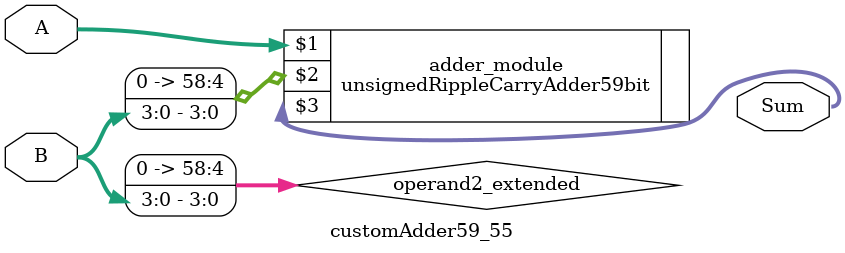
<source format=v>
module customAdder59_55(
                        input [58 : 0] A,
                        input [3 : 0] B,
                        
                        output [59 : 0] Sum
                );

        wire [58 : 0] operand2_extended;
        
        assign operand2_extended =  {55'b0, B};
        
        unsignedRippleCarryAdder59bit adder_module(
            A,
            operand2_extended,
            Sum
        );
        
        endmodule
        
</source>
